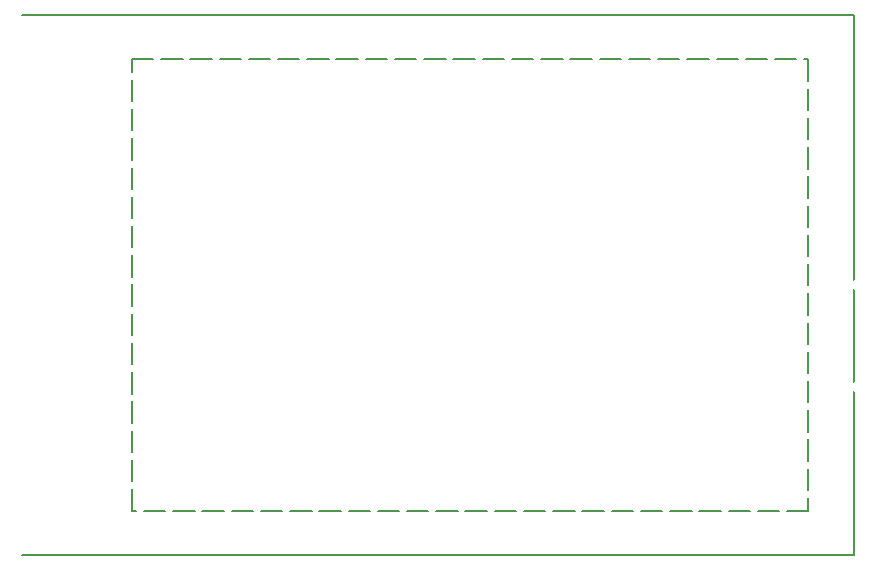
<source format=gbo>
G04 #@! TF.GenerationSoftware,KiCad,Pcbnew,8.0.3*
G04 #@! TF.CreationDate,2024-07-02T16:51:36-07:00*
G04 #@! TF.ProjectId,canary,63616e61-7279-42e6-9b69-6361645f7063,rev?*
G04 #@! TF.SameCoordinates,PX2faf080PY2faf080*
G04 #@! TF.FileFunction,Legend,Bot*
G04 #@! TF.FilePolarity,Positive*
%FSLAX46Y46*%
G04 Gerber Fmt 4.6, Leading zero omitted, Abs format (unit mm)*
G04 Created by KiCad (PCBNEW 8.0.3) date 2024-07-02 16:51:36*
%MOMM*%
%LPD*%
G01*
G04 APERTURE LIST*
%ADD10C,0.165000*%
%ADD11C,0.700000*%
%ADD12O,1.800000X0.900000*%
%ADD13C,0.650000*%
%ADD14O,2.100000X1.000000*%
%ADD15O,1.800000X1.000000*%
G04 APERTURE END LIST*
D10*
X1040000Y-1100000D02*
X71460000Y-1100000D01*
X1040000Y-46900000D02*
X71460000Y-46900000D01*
X71460000Y-1100000D02*
X71460000Y-46900000D01*
X10356000Y-4904000D02*
X12171000Y-4904000D01*
X12831000Y-4904000D02*
X14646000Y-4904000D01*
X15306000Y-4904000D02*
X17121000Y-4904000D01*
X17781000Y-4904000D02*
X19596000Y-4904000D01*
X20256000Y-4904000D02*
X22071000Y-4904000D01*
X22731000Y-4904000D02*
X24546000Y-4904000D01*
X25206000Y-4904000D02*
X27021000Y-4904000D01*
X27681000Y-4904000D02*
X29496000Y-4904000D01*
X30156000Y-4904000D02*
X31971000Y-4904000D01*
X32631000Y-4904000D02*
X34446000Y-4904000D01*
X35106000Y-4904000D02*
X36921000Y-4904000D01*
X37581000Y-4904000D02*
X39396000Y-4904000D01*
X40056000Y-4904000D02*
X41871000Y-4904000D01*
X42531000Y-4904000D02*
X44346000Y-4904000D01*
X45006000Y-4904000D02*
X46821000Y-4904000D01*
X47481000Y-4904000D02*
X49296000Y-4904000D01*
X49956000Y-4904000D02*
X51771000Y-4904000D01*
X52431000Y-4904000D02*
X54246000Y-4904000D01*
X54906000Y-4904000D02*
X56721000Y-4904000D01*
X57381000Y-4904000D02*
X59196000Y-4904000D01*
X59856000Y-4904000D02*
X61671000Y-4904000D01*
X62331000Y-4904000D02*
X64146000Y-4904000D01*
X64806000Y-4904000D02*
X66621000Y-4904000D01*
X67281000Y-4904000D02*
X67644000Y-4904000D01*
X67644000Y-4904000D02*
X67644000Y-6719000D01*
X67644000Y-7379000D02*
X67644000Y-9194000D01*
X67644000Y-9854000D02*
X67644000Y-11669000D01*
X67644000Y-12329000D02*
X67644000Y-14144000D01*
X67644000Y-14804000D02*
X67644000Y-16619000D01*
X67644000Y-17279000D02*
X67644000Y-19094000D01*
X67644000Y-19754000D02*
X67644000Y-21569000D01*
X67644000Y-22229000D02*
X67644000Y-24044000D01*
X67644000Y-24704000D02*
X67644000Y-26519000D01*
X67644000Y-27179000D02*
X67644000Y-28994000D01*
X67644000Y-29654000D02*
X67644000Y-31469000D01*
X67644000Y-32129000D02*
X67644000Y-33944000D01*
X67644000Y-34604000D02*
X67644000Y-36419000D01*
X67644000Y-37079000D02*
X67644000Y-38894000D01*
X67644000Y-39554000D02*
X67644000Y-41369000D01*
X67644000Y-42029000D02*
X67644000Y-43096000D01*
X67644000Y-43096000D02*
X65829000Y-43096000D01*
X65169000Y-43096000D02*
X63354000Y-43096000D01*
X62694000Y-43096000D02*
X60879000Y-43096000D01*
X60219000Y-43096000D02*
X58404000Y-43096000D01*
X57744000Y-43096000D02*
X55929000Y-43096000D01*
X55269000Y-43096000D02*
X53454000Y-43096000D01*
X52794000Y-43096000D02*
X50979000Y-43096000D01*
X50319000Y-43096000D02*
X48504000Y-43096000D01*
X47844000Y-43096000D02*
X46029000Y-43096000D01*
X45369000Y-43096000D02*
X43554000Y-43096000D01*
X42894000Y-43096000D02*
X41079000Y-43096000D01*
X40419000Y-43096000D02*
X38604000Y-43096000D01*
X37944000Y-43096000D02*
X36129000Y-43096000D01*
X35469000Y-43096000D02*
X33654000Y-43096000D01*
X32994000Y-43096000D02*
X31179000Y-43096000D01*
X30519000Y-43096000D02*
X28704000Y-43096000D01*
X28044000Y-43096000D02*
X26229000Y-43096000D01*
X25569000Y-43096000D02*
X23754000Y-43096000D01*
X23094000Y-43096000D02*
X21279000Y-43096000D01*
X20619000Y-43096000D02*
X18804000Y-43096000D01*
X18144000Y-43096000D02*
X16329000Y-43096000D01*
X15669000Y-43096000D02*
X13854000Y-43096000D01*
X13194000Y-43096000D02*
X11379000Y-43096000D01*
X10719000Y-43096000D02*
X10356000Y-43096000D01*
X10356000Y-43096000D02*
X10356000Y-41281000D01*
X10356000Y-40621000D02*
X10356000Y-38806000D01*
X10356000Y-38146000D02*
X10356000Y-36331000D01*
X10356000Y-35671000D02*
X10356000Y-33856000D01*
X10356000Y-33196000D02*
X10356000Y-31381000D01*
X10356000Y-30721000D02*
X10356000Y-28906000D01*
X10356000Y-28246000D02*
X10356000Y-26431000D01*
X10356000Y-25771000D02*
X10356000Y-23956000D01*
X10356000Y-23296000D02*
X10356000Y-21481000D01*
X10356000Y-20821000D02*
X10356000Y-19006000D01*
X10356000Y-18346000D02*
X10356000Y-16531000D01*
X10356000Y-15871000D02*
X10356000Y-14056000D01*
X10356000Y-13396000D02*
X10356000Y-11581000D01*
X10356000Y-10921000D02*
X10356000Y-9106000D01*
X10356000Y-8446000D02*
X10356000Y-6631000D01*
X10356000Y-5971000D02*
X10356000Y-4904000D01*
%LPC*%
D11*
X35750000Y-23300000D03*
X36700000Y-23300000D03*
X37650000Y-23300000D03*
X38550000Y-23300000D03*
X39450000Y-23300000D03*
X40350000Y-23300000D03*
X41300000Y-23300000D03*
X42250000Y-23300000D03*
X42250000Y-24700000D03*
X41300000Y-24700000D03*
X40350000Y-24700000D03*
X39450000Y-24700000D03*
X38550000Y-24700000D03*
X37650000Y-24700000D03*
X36700000Y-24700000D03*
X35750000Y-24700000D03*
D12*
X37000000Y-22070000D03*
X37000000Y-25930000D03*
X41000000Y-22070000D03*
X41000000Y-25930000D03*
D13*
X72815000Y-31190000D03*
X72815000Y-25410000D03*
D14*
X72315000Y-32620000D03*
X72315000Y-23980000D03*
D15*
X76465000Y-32620000D03*
X76465000Y-23980000D03*
%LPD*%
M02*

</source>
